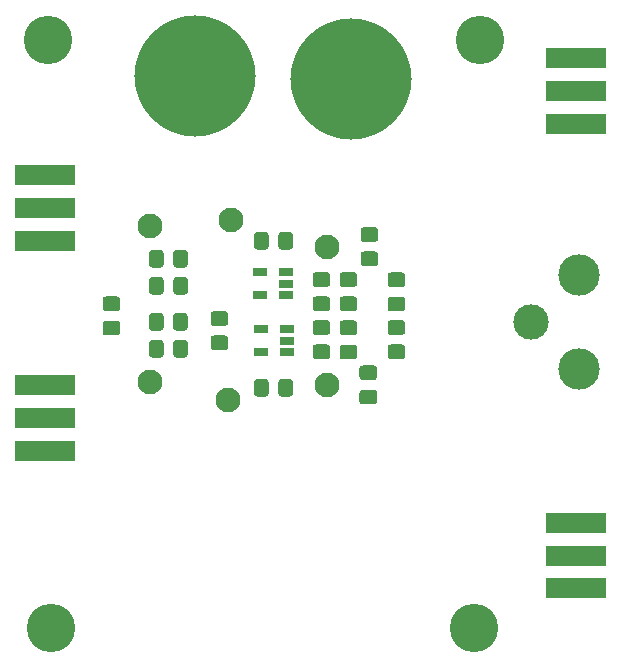
<source format=gbr>
%TF.GenerationSoftware,KiCad,Pcbnew,(5.1.6-0-10_14)*%
%TF.CreationDate,2020-10-05T14:42:17-07:00*%
%TF.ProjectId,single_ended_differential_converter,73696e67-6c65-45f6-956e-6465645f6469,rev?*%
%TF.SameCoordinates,Original*%
%TF.FileFunction,Soldermask,Top*%
%TF.FilePolarity,Negative*%
%FSLAX46Y46*%
G04 Gerber Fmt 4.6, Leading zero omitted, Abs format (unit mm)*
G04 Created by KiCad (PCBNEW (5.1.6-0-10_14)) date 2020-10-05 14:42:17*
%MOMM*%
%LPD*%
G01*
G04 APERTURE LIST*
%ADD10C,3.000000*%
%ADD11C,3.500000*%
%ADD12C,2.100000*%
%ADD13C,10.260000*%
%ADD14R,1.160000X0.750000*%
%ADD15C,4.100000*%
%ADD16R,5.180000X1.700000*%
G04 APERTURE END LIST*
D10*
%TO.C,J5*%
X256540000Y-134112000D03*
D11*
X260540000Y-138112000D03*
X260540000Y-130112000D03*
%TD*%
%TO.C,C3*%
G36*
G01*
X220501738Y-134013000D02*
X221458262Y-134013000D01*
G75*
G02*
X221730000Y-134284738I0J-271738D01*
G01*
X221730000Y-134991262D01*
G75*
G02*
X221458262Y-135263000I-271738J0D01*
G01*
X220501738Y-135263000D01*
G75*
G02*
X220230000Y-134991262I0J271738D01*
G01*
X220230000Y-134284738D01*
G75*
G02*
X220501738Y-134013000I271738J0D01*
G01*
G37*
G36*
G01*
X220501738Y-131963000D02*
X221458262Y-131963000D01*
G75*
G02*
X221730000Y-132234738I0J-271738D01*
G01*
X221730000Y-132941262D01*
G75*
G02*
X221458262Y-133213000I-271738J0D01*
G01*
X220501738Y-133213000D01*
G75*
G02*
X220230000Y-132941262I0J271738D01*
G01*
X220230000Y-132234738D01*
G75*
G02*
X220501738Y-131963000I271738J0D01*
G01*
G37*
%TD*%
D12*
%TO.C,TP4*%
X230886000Y-140716000D03*
%TD*%
%TO.C,TP3*%
X231140000Y-125476000D03*
%TD*%
%TO.C,TP2*%
X239268000Y-139446000D03*
%TD*%
%TO.C,TP1*%
X239268000Y-127762000D03*
%TD*%
D13*
%TO.C,U2*%
X241300000Y-113538000D03*
%TD*%
D14*
%TO.C,U4*%
X233680000Y-136652000D03*
X233680000Y-134752000D03*
X235880000Y-134752000D03*
X235880000Y-135702000D03*
X235880000Y-136652000D03*
%TD*%
%TO.C,U3*%
X233596000Y-131826000D03*
X233596000Y-129926000D03*
X235796000Y-129926000D03*
X235796000Y-130876000D03*
X235796000Y-131826000D03*
%TD*%
%TO.C,RO2*%
G36*
G01*
X238281738Y-136027000D02*
X239238262Y-136027000D01*
G75*
G02*
X239510000Y-136298738I0J-271738D01*
G01*
X239510000Y-137005262D01*
G75*
G02*
X239238262Y-137277000I-271738J0D01*
G01*
X238281738Y-137277000D01*
G75*
G02*
X238010000Y-137005262I0J271738D01*
G01*
X238010000Y-136298738D01*
G75*
G02*
X238281738Y-136027000I271738J0D01*
G01*
G37*
G36*
G01*
X238281738Y-133977000D02*
X239238262Y-133977000D01*
G75*
G02*
X239510000Y-134248738I0J-271738D01*
G01*
X239510000Y-134955262D01*
G75*
G02*
X239238262Y-135227000I-271738J0D01*
G01*
X238281738Y-135227000D01*
G75*
G02*
X238010000Y-134955262I0J271738D01*
G01*
X238010000Y-134248738D01*
G75*
G02*
X238281738Y-133977000I271738J0D01*
G01*
G37*
%TD*%
%TO.C,RO1*%
G36*
G01*
X239238262Y-131163000D02*
X238281738Y-131163000D01*
G75*
G02*
X238010000Y-130891262I0J271738D01*
G01*
X238010000Y-130184738D01*
G75*
G02*
X238281738Y-129913000I271738J0D01*
G01*
X239238262Y-129913000D01*
G75*
G02*
X239510000Y-130184738I0J-271738D01*
G01*
X239510000Y-130891262D01*
G75*
G02*
X239238262Y-131163000I-271738J0D01*
G01*
G37*
G36*
G01*
X239238262Y-133213000D02*
X238281738Y-133213000D01*
G75*
G02*
X238010000Y-132941262I0J271738D01*
G01*
X238010000Y-132234738D01*
G75*
G02*
X238281738Y-131963000I271738J0D01*
G01*
X239238262Y-131963000D01*
G75*
G02*
X239510000Y-132234738I0J-271738D01*
G01*
X239510000Y-132941262D01*
G75*
G02*
X239238262Y-133213000I-271738J0D01*
G01*
G37*
%TD*%
%TO.C,R10*%
G36*
G01*
X240567738Y-136045000D02*
X241524262Y-136045000D01*
G75*
G02*
X241796000Y-136316738I0J-271738D01*
G01*
X241796000Y-137023262D01*
G75*
G02*
X241524262Y-137295000I-271738J0D01*
G01*
X240567738Y-137295000D01*
G75*
G02*
X240296000Y-137023262I0J271738D01*
G01*
X240296000Y-136316738D01*
G75*
G02*
X240567738Y-136045000I271738J0D01*
G01*
G37*
G36*
G01*
X240567738Y-133995000D02*
X241524262Y-133995000D01*
G75*
G02*
X241796000Y-134266738I0J-271738D01*
G01*
X241796000Y-134973262D01*
G75*
G02*
X241524262Y-135245000I-271738J0D01*
G01*
X240567738Y-135245000D01*
G75*
G02*
X240296000Y-134973262I0J271738D01*
G01*
X240296000Y-134266738D01*
G75*
G02*
X240567738Y-133995000I271738J0D01*
G01*
G37*
%TD*%
%TO.C,R9*%
G36*
G01*
X241524262Y-131163000D02*
X240567738Y-131163000D01*
G75*
G02*
X240296000Y-130891262I0J271738D01*
G01*
X240296000Y-130184738D01*
G75*
G02*
X240567738Y-129913000I271738J0D01*
G01*
X241524262Y-129913000D01*
G75*
G02*
X241796000Y-130184738I0J-271738D01*
G01*
X241796000Y-130891262D01*
G75*
G02*
X241524262Y-131163000I-271738J0D01*
G01*
G37*
G36*
G01*
X241524262Y-133213000D02*
X240567738Y-133213000D01*
G75*
G02*
X240296000Y-132941262I0J271738D01*
G01*
X240296000Y-132234738D01*
G75*
G02*
X240567738Y-131963000I271738J0D01*
G01*
X241524262Y-131963000D01*
G75*
G02*
X241796000Y-132234738I0J-271738D01*
G01*
X241796000Y-132941262D01*
G75*
G02*
X241524262Y-133213000I-271738J0D01*
G01*
G37*
%TD*%
%TO.C,C5*%
G36*
G01*
X242247738Y-139855000D02*
X243204262Y-139855000D01*
G75*
G02*
X243476000Y-140126738I0J-271738D01*
G01*
X243476000Y-140833262D01*
G75*
G02*
X243204262Y-141105000I-271738J0D01*
G01*
X242247738Y-141105000D01*
G75*
G02*
X241976000Y-140833262I0J271738D01*
G01*
X241976000Y-140126738D01*
G75*
G02*
X242247738Y-139855000I271738J0D01*
G01*
G37*
G36*
G01*
X242247738Y-137805000D02*
X243204262Y-137805000D01*
G75*
G02*
X243476000Y-138076738I0J-271738D01*
G01*
X243476000Y-138783262D01*
G75*
G02*
X243204262Y-139055000I-271738J0D01*
G01*
X242247738Y-139055000D01*
G75*
G02*
X241976000Y-138783262I0J271738D01*
G01*
X241976000Y-138076738D01*
G75*
G02*
X242247738Y-137805000I271738J0D01*
G01*
G37*
%TD*%
%TO.C,C4*%
G36*
G01*
X243302262Y-127353000D02*
X242345738Y-127353000D01*
G75*
G02*
X242074000Y-127081262I0J271738D01*
G01*
X242074000Y-126374738D01*
G75*
G02*
X242345738Y-126103000I271738J0D01*
G01*
X243302262Y-126103000D01*
G75*
G02*
X243574000Y-126374738I0J-271738D01*
G01*
X243574000Y-127081262D01*
G75*
G02*
X243302262Y-127353000I-271738J0D01*
G01*
G37*
G36*
G01*
X243302262Y-129403000D02*
X242345738Y-129403000D01*
G75*
G02*
X242074000Y-129131262I0J271738D01*
G01*
X242074000Y-128424738D01*
G75*
G02*
X242345738Y-128153000I271738J0D01*
G01*
X243302262Y-128153000D01*
G75*
G02*
X243574000Y-128424738I0J-271738D01*
G01*
X243574000Y-129131262D01*
G75*
G02*
X243302262Y-129403000I-271738J0D01*
G01*
G37*
%TD*%
%TO.C,C2*%
G36*
G01*
X235105000Y-127732262D02*
X235105000Y-126775738D01*
G75*
G02*
X235376738Y-126504000I271738J0D01*
G01*
X236083262Y-126504000D01*
G75*
G02*
X236355000Y-126775738I0J-271738D01*
G01*
X236355000Y-127732262D01*
G75*
G02*
X236083262Y-128004000I-271738J0D01*
G01*
X235376738Y-128004000D01*
G75*
G02*
X235105000Y-127732262I0J271738D01*
G01*
G37*
G36*
G01*
X233055000Y-127732262D02*
X233055000Y-126775738D01*
G75*
G02*
X233326738Y-126504000I271738J0D01*
G01*
X234033262Y-126504000D01*
G75*
G02*
X234305000Y-126775738I0J-271738D01*
G01*
X234305000Y-127732262D01*
G75*
G02*
X234033262Y-128004000I-271738J0D01*
G01*
X233326738Y-128004000D01*
G75*
G02*
X233055000Y-127732262I0J271738D01*
G01*
G37*
%TD*%
D15*
%TO.C,H4*%
X252222000Y-110236000D03*
%TD*%
%TO.C,H3*%
X251714000Y-160020000D03*
%TD*%
%TO.C,H2*%
X215900000Y-160020000D03*
%TD*%
%TO.C,H1*%
X215646000Y-110236000D03*
%TD*%
%TO.C,R7*%
G36*
G01*
X244631738Y-131981000D02*
X245588262Y-131981000D01*
G75*
G02*
X245860000Y-132252738I0J-271738D01*
G01*
X245860000Y-132959262D01*
G75*
G02*
X245588262Y-133231000I-271738J0D01*
G01*
X244631738Y-133231000D01*
G75*
G02*
X244360000Y-132959262I0J271738D01*
G01*
X244360000Y-132252738D01*
G75*
G02*
X244631738Y-131981000I271738J0D01*
G01*
G37*
G36*
G01*
X244631738Y-129931000D02*
X245588262Y-129931000D01*
G75*
G02*
X245860000Y-130202738I0J-271738D01*
G01*
X245860000Y-130909262D01*
G75*
G02*
X245588262Y-131181000I-271738J0D01*
G01*
X244631738Y-131181000D01*
G75*
G02*
X244360000Y-130909262I0J271738D01*
G01*
X244360000Y-130202738D01*
G75*
G02*
X244631738Y-129931000I271738J0D01*
G01*
G37*
%TD*%
%TO.C,R6*%
G36*
G01*
X245588262Y-135227000D02*
X244631738Y-135227000D01*
G75*
G02*
X244360000Y-134955262I0J271738D01*
G01*
X244360000Y-134248738D01*
G75*
G02*
X244631738Y-133977000I271738J0D01*
G01*
X245588262Y-133977000D01*
G75*
G02*
X245860000Y-134248738I0J-271738D01*
G01*
X245860000Y-134955262D01*
G75*
G02*
X245588262Y-135227000I-271738J0D01*
G01*
G37*
G36*
G01*
X245588262Y-137277000D02*
X244631738Y-137277000D01*
G75*
G02*
X244360000Y-137005262I0J271738D01*
G01*
X244360000Y-136298738D01*
G75*
G02*
X244631738Y-136027000I271738J0D01*
G01*
X245588262Y-136027000D01*
G75*
G02*
X245860000Y-136298738I0J-271738D01*
G01*
X245860000Y-137005262D01*
G75*
G02*
X245588262Y-137277000I-271738J0D01*
G01*
G37*
%TD*%
D12*
%TO.C,VOS2*%
X224282000Y-125984000D03*
%TD*%
%TO.C,VOS1*%
X224282000Y-139192000D03*
%TD*%
D13*
%TO.C,U1*%
X228092000Y-113284000D03*
%TD*%
%TO.C,R5*%
G36*
G01*
X226215000Y-131542262D02*
X226215000Y-130585738D01*
G75*
G02*
X226486738Y-130314000I271738J0D01*
G01*
X227193262Y-130314000D01*
G75*
G02*
X227465000Y-130585738I0J-271738D01*
G01*
X227465000Y-131542262D01*
G75*
G02*
X227193262Y-131814000I-271738J0D01*
G01*
X226486738Y-131814000D01*
G75*
G02*
X226215000Y-131542262I0J271738D01*
G01*
G37*
G36*
G01*
X224165000Y-131542262D02*
X224165000Y-130585738D01*
G75*
G02*
X224436738Y-130314000I271738J0D01*
G01*
X225143262Y-130314000D01*
G75*
G02*
X225415000Y-130585738I0J-271738D01*
G01*
X225415000Y-131542262D01*
G75*
G02*
X225143262Y-131814000I-271738J0D01*
G01*
X224436738Y-131814000D01*
G75*
G02*
X224165000Y-131542262I0J271738D01*
G01*
G37*
%TD*%
%TO.C,R4*%
G36*
G01*
X226197000Y-134590262D02*
X226197000Y-133633738D01*
G75*
G02*
X226468738Y-133362000I271738J0D01*
G01*
X227175262Y-133362000D01*
G75*
G02*
X227447000Y-133633738I0J-271738D01*
G01*
X227447000Y-134590262D01*
G75*
G02*
X227175262Y-134862000I-271738J0D01*
G01*
X226468738Y-134862000D01*
G75*
G02*
X226197000Y-134590262I0J271738D01*
G01*
G37*
G36*
G01*
X224147000Y-134590262D02*
X224147000Y-133633738D01*
G75*
G02*
X224418738Y-133362000I271738J0D01*
G01*
X225125262Y-133362000D01*
G75*
G02*
X225397000Y-133633738I0J-271738D01*
G01*
X225397000Y-134590262D01*
G75*
G02*
X225125262Y-134862000I-271738J0D01*
G01*
X224418738Y-134862000D01*
G75*
G02*
X224147000Y-134590262I0J271738D01*
G01*
G37*
%TD*%
%TO.C,R3*%
G36*
G01*
X225406000Y-128299738D02*
X225406000Y-129256262D01*
G75*
G02*
X225134262Y-129528000I-271738J0D01*
G01*
X224427738Y-129528000D01*
G75*
G02*
X224156000Y-129256262I0J271738D01*
G01*
X224156000Y-128299738D01*
G75*
G02*
X224427738Y-128028000I271738J0D01*
G01*
X225134262Y-128028000D01*
G75*
G02*
X225406000Y-128299738I0J-271738D01*
G01*
G37*
G36*
G01*
X227456000Y-128299738D02*
X227456000Y-129256262D01*
G75*
G02*
X227184262Y-129528000I-271738J0D01*
G01*
X226477738Y-129528000D01*
G75*
G02*
X226206000Y-129256262I0J271738D01*
G01*
X226206000Y-128299738D01*
G75*
G02*
X226477738Y-128028000I271738J0D01*
G01*
X227184262Y-128028000D01*
G75*
G02*
X227456000Y-128299738I0J-271738D01*
G01*
G37*
%TD*%
%TO.C,R2*%
G36*
G01*
X225406000Y-135919738D02*
X225406000Y-136876262D01*
G75*
G02*
X225134262Y-137148000I-271738J0D01*
G01*
X224427738Y-137148000D01*
G75*
G02*
X224156000Y-136876262I0J271738D01*
G01*
X224156000Y-135919738D01*
G75*
G02*
X224427738Y-135648000I271738J0D01*
G01*
X225134262Y-135648000D01*
G75*
G02*
X225406000Y-135919738I0J-271738D01*
G01*
G37*
G36*
G01*
X227456000Y-135919738D02*
X227456000Y-136876262D01*
G75*
G02*
X227184262Y-137148000I-271738J0D01*
G01*
X226477738Y-137148000D01*
G75*
G02*
X226206000Y-136876262I0J271738D01*
G01*
X226206000Y-135919738D01*
G75*
G02*
X226477738Y-135648000I271738J0D01*
G01*
X227184262Y-135648000D01*
G75*
G02*
X227456000Y-135919738I0J-271738D01*
G01*
G37*
%TD*%
%TO.C,R1*%
G36*
G01*
X229645738Y-135265000D02*
X230602262Y-135265000D01*
G75*
G02*
X230874000Y-135536738I0J-271738D01*
G01*
X230874000Y-136243262D01*
G75*
G02*
X230602262Y-136515000I-271738J0D01*
G01*
X229645738Y-136515000D01*
G75*
G02*
X229374000Y-136243262I0J271738D01*
G01*
X229374000Y-135536738D01*
G75*
G02*
X229645738Y-135265000I271738J0D01*
G01*
G37*
G36*
G01*
X229645738Y-133215000D02*
X230602262Y-133215000D01*
G75*
G02*
X230874000Y-133486738I0J-271738D01*
G01*
X230874000Y-134193262D01*
G75*
G02*
X230602262Y-134465000I-271738J0D01*
G01*
X229645738Y-134465000D01*
G75*
G02*
X229374000Y-134193262I0J271738D01*
G01*
X229374000Y-133486738D01*
G75*
G02*
X229645738Y-133215000I271738J0D01*
G01*
G37*
%TD*%
D16*
%TO.C,JPOS1*%
X260350000Y-151130000D03*
X260350000Y-156670000D03*
X260350000Y-153900000D03*
%TD*%
%TO.C,JNEG1*%
X260350000Y-111808000D03*
X260350000Y-117348000D03*
X260350000Y-114578000D03*
%TD*%
%TO.C,J2*%
X215392000Y-127230000D03*
X215392000Y-121690000D03*
X215392000Y-124460000D03*
%TD*%
%TO.C,J1*%
X215392000Y-145010000D03*
X215392000Y-139470000D03*
X215392000Y-142240000D03*
%TD*%
%TO.C,C1*%
G36*
G01*
X235105000Y-140178262D02*
X235105000Y-139221738D01*
G75*
G02*
X235376738Y-138950000I271738J0D01*
G01*
X236083262Y-138950000D01*
G75*
G02*
X236355000Y-139221738I0J-271738D01*
G01*
X236355000Y-140178262D01*
G75*
G02*
X236083262Y-140450000I-271738J0D01*
G01*
X235376738Y-140450000D01*
G75*
G02*
X235105000Y-140178262I0J271738D01*
G01*
G37*
G36*
G01*
X233055000Y-140178262D02*
X233055000Y-139221738D01*
G75*
G02*
X233326738Y-138950000I271738J0D01*
G01*
X234033262Y-138950000D01*
G75*
G02*
X234305000Y-139221738I0J-271738D01*
G01*
X234305000Y-140178262D01*
G75*
G02*
X234033262Y-140450000I-271738J0D01*
G01*
X233326738Y-140450000D01*
G75*
G02*
X233055000Y-140178262I0J271738D01*
G01*
G37*
%TD*%
M02*

</source>
